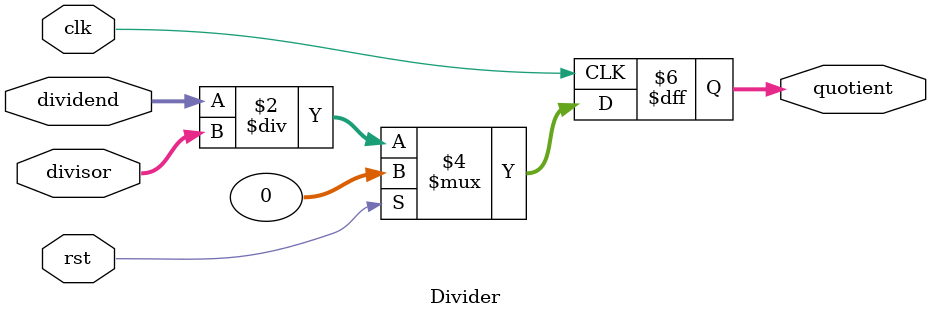
<source format=v>



module Divider(
    input clk,
    input rst,
    input [31:0] dividend,
    input [31:0] divisor,

    output reg [31:0] quotient
);

always @(posedge clk)
begin
    if (rst) begin
        quotient <= 0;
    end else begin
        quotient <= dividend/divisor;
    end
end
endmodule
</source>
